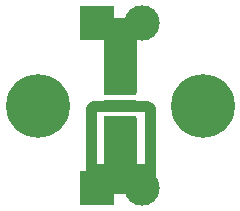
<source format=gtl>
G04 #@! TF.GenerationSoftware,KiCad,Pcbnew,(5.1.5)-3*
G04 #@! TF.CreationDate,2020-04-01T14:27:29+01:00*
G04 #@! TF.ProjectId,led_board,6c65645f-626f-4617-9264-2e6b69636164,rev?*
G04 #@! TF.SameCoordinates,Original*
G04 #@! TF.FileFunction,Copper,L1,Top*
G04 #@! TF.FilePolarity,Positive*
%FSLAX46Y46*%
G04 Gerber Fmt 4.6, Leading zero omitted, Abs format (unit mm)*
G04 Created by KiCad (PCBNEW (5.1.5)-3) date 2020-04-01 14:27:29*
%MOMM*%
%LPD*%
G04 APERTURE LIST*
%ADD10C,2.999740*%
%ADD11R,2.999740X2.999740*%
%ADD12C,5.400000*%
%ADD13R,2.800000X0.550000*%
%ADD14R,2.800000X1.000000*%
%ADD15C,0.900000*%
%ADD16C,0.250000*%
%ADD17C,0.254000*%
G04 APERTURE END LIST*
D10*
X1810000Y-7000000D03*
D11*
X-2000000Y-7000000D03*
D10*
X1810000Y7000000D03*
D11*
X-2000000Y7000000D03*
D12*
X7000000Y0D03*
X-7000000Y0D03*
D13*
X0Y1125000D03*
X0Y-1125000D03*
D14*
X0Y0D03*
D15*
X-2000000Y7000000D02*
X1810000Y7000000D01*
D16*
X0Y5190000D02*
X0Y1125000D01*
X1810000Y7000000D02*
X0Y5190000D01*
D15*
X-2500000Y-6500000D02*
X-2000000Y-7000000D01*
X0Y0D02*
X-2300000Y0D01*
X-2300000Y0D02*
X-2500000Y-200000D01*
X0Y0D02*
X2300000Y0D01*
X2300000Y0D02*
X2500000Y-200000D01*
X1810000Y-7000000D02*
X2500000Y-6310000D01*
X1810000Y-7000000D02*
X1500000Y-7000000D01*
X2500000Y-5400000D02*
X2500000Y-6310000D01*
X2500000Y-200000D02*
X2500000Y-5400000D01*
X2500000Y-5400000D02*
X900000Y-5400000D01*
X-2000000Y-7000000D02*
X1810000Y-7000000D01*
X-2500000Y-5300000D02*
X-2500000Y-6500000D01*
X-2500000Y-200000D02*
X-2500000Y-5300000D01*
X-700000Y-5400000D02*
X-600000Y-5300000D01*
X-2500000Y-5300000D02*
X-2400000Y-5400000D01*
X-2400000Y-5400000D02*
X-700000Y-5400000D01*
D17*
G36*
X1273000Y-6873000D02*
G01*
X-1273000Y-6873000D01*
X-1273000Y-1027000D01*
X1273000Y-1027000D01*
X1273000Y-6873000D01*
G37*
X1273000Y-6873000D02*
X-1273000Y-6873000D01*
X-1273000Y-1027000D01*
X1273000Y-1027000D01*
X1273000Y-6873000D01*
G36*
X1273000Y1138072D02*
G01*
X-1273000Y1138072D01*
X-1273000Y6873000D01*
X1273000Y6873000D01*
X1273000Y1138072D01*
G37*
X1273000Y1138072D02*
X-1273000Y1138072D01*
X-1273000Y6873000D01*
X1273000Y6873000D01*
X1273000Y1138072D01*
M02*

</source>
